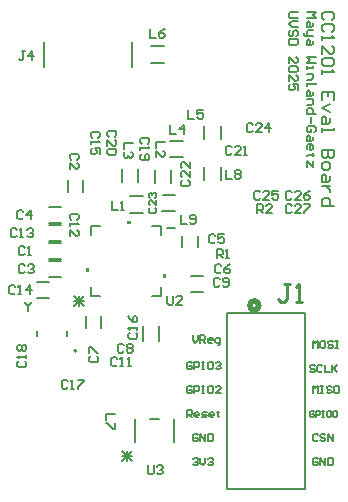
<source format=gbr>
%TF.GenerationSoftware,Altium Limited,Altium Designer,24.10.1 (45)*%
G04 Layer_Color=65535*
%FSLAX45Y45*%
%MOMM*%
%TF.SameCoordinates,CD6FE65F-67A0-4342-96EE-D0A67F31CBAF*%
%TF.FilePolarity,Positive*%
%TF.FileFunction,Legend,Top*%
%TF.Part,Single*%
G01*
G75*
%TA.AperFunction,NonConductor*%
%ADD38C,0.50800*%
%ADD39C,0.20000*%
%ADD40C,0.15240*%
%ADD41C,0.12700*%
%ADD42C,0.25400*%
G36*
X-309200Y-65913D02*
Y-104013D01*
X-334600D01*
Y-65913D01*
X-309200D01*
D02*
G37*
G36*
X321600Y-115926D02*
Y-154026D01*
X347000D01*
Y-115926D01*
X321600D01*
D02*
G37*
G36*
X12150Y305456D02*
Y330856D01*
X50250D01*
Y305456D01*
X12150D01*
D02*
G37*
D38*
X1130300Y-386410D02*
G03*
X1130300Y-386410I-38100J0D01*
G01*
D39*
X-413400Y-768000D02*
G03*
X-413400Y-768000I-10000J0D01*
G01*
X53200Y1632700D02*
Y1845700D01*
X-686800Y1632700D02*
Y1845700D01*
X395800Y412900D02*
X423300D01*
X313300D02*
X340800D01*
X349400Y272900D02*
X423300D01*
X340800Y412900D02*
X395800D01*
X317500Y546100D02*
X419100D01*
X666600Y1024500D02*
Y1134500D01*
X806600Y1024500D02*
Y1134500D01*
X381200Y1009800D02*
X491200D01*
X381200Y869800D02*
X491200D01*
X-646900Y446000D02*
X-546900D01*
X-646900Y316000D02*
X-546900D01*
X-748500Y-189000D02*
X-648500D01*
X-748500Y-319000D02*
X-648500D01*
X247500Y651120D02*
Y761120D01*
X387500Y651120D02*
Y761120D01*
X-31900Y656200D02*
Y766200D01*
X108100Y656200D02*
Y766200D01*
X220000Y1809900D02*
X330000D01*
X220000Y1669900D02*
X330000D01*
X559600Y-138200D02*
X659600D01*
X559600Y-268200D02*
X659600D01*
X-646900Y163600D02*
X-546900D01*
X-646900Y293600D02*
X-546900D01*
X283400Y-685924D02*
Y-558676D01*
X148400Y-685924D02*
Y-558676D01*
X42200Y399900D02*
X152200D01*
X42200Y539900D02*
X152200D01*
X-331700Y-572600D02*
Y-472600D01*
X-201700Y-572600D02*
Y-472600D01*
X-646900Y-141200D02*
X-546900D01*
X-646900Y-11200D02*
X-546900D01*
X-646900Y11200D02*
X-546900D01*
X-646900Y141200D02*
X-546900D01*
X-484100Y572300D02*
Y672300D01*
X-354100Y572300D02*
Y672300D01*
X666600Y673300D02*
Y783300D01*
X806600Y673300D02*
Y783300D01*
X483640Y104940D02*
Y204940D01*
X613640Y104940D02*
Y204940D01*
D40*
X82800Y-1544955D02*
Y-1344295D01*
X211574D02*
X284226D01*
X413000Y-1544955D02*
Y-1344295D01*
X864580Y-449910D02*
X1519900D01*
Y-1940890D02*
Y-449910D01*
X864580Y-1940890D02*
X1519900D01*
X864580D02*
Y-449910D01*
X-289400Y285656D02*
X-215599D01*
X301800Y211899D02*
Y285656D01*
X227999Y-305544D02*
X301800D01*
X-289400D02*
X-215599D01*
X-289400Y211899D02*
Y285656D01*
X227999D02*
X301800D01*
Y-305544D02*
Y-231787D01*
X-289400Y-305544D02*
Y-231787D01*
D41*
X-743400Y-646150D02*
Y-599850D01*
X-493400Y-646150D02*
Y-599850D01*
X1460475Y2095500D02*
X1396996D01*
X1384300Y2082804D01*
Y2057412D01*
X1396996Y2044717D01*
X1460475D01*
Y2019325D02*
X1409692D01*
X1384300Y1993933D01*
X1409692Y1968541D01*
X1460475D01*
X1447779Y1892366D02*
X1460475Y1905061D01*
Y1930453D01*
X1447779Y1943149D01*
X1435083D01*
X1422388Y1930453D01*
Y1905061D01*
X1409692Y1892366D01*
X1396996D01*
X1384300Y1905061D01*
Y1930453D01*
X1396996Y1943149D01*
X1460475Y1866974D02*
X1384300D01*
Y1828886D01*
X1396996Y1816190D01*
X1447779D01*
X1460475Y1828886D01*
Y1866974D01*
X1384300Y1663840D02*
Y1714623D01*
X1435083Y1663840D01*
X1447779D01*
X1460475Y1676535D01*
Y1701927D01*
X1447779Y1714623D01*
Y1638448D02*
X1460475Y1625752D01*
Y1600360D01*
X1447779Y1587664D01*
X1396996D01*
X1384300Y1600360D01*
Y1625752D01*
X1396996Y1638448D01*
X1447779D01*
X1384300Y1511489D02*
Y1562272D01*
X1435083Y1511489D01*
X1447779D01*
X1460475Y1524185D01*
Y1549577D01*
X1447779Y1562272D01*
X1460475Y1435314D02*
Y1486097D01*
X1422388D01*
X1435083Y1460705D01*
Y1448009D01*
X1422388Y1435314D01*
X1396996D01*
X1384300Y1448009D01*
Y1473401D01*
X1396996Y1486097D01*
X1536692Y2095500D02*
X1612867D01*
X1587475Y2070108D01*
X1612867Y2044717D01*
X1536692D01*
X1587475Y2006629D02*
Y1981237D01*
X1574780Y1968541D01*
X1536692D01*
Y2006629D01*
X1549388Y2019325D01*
X1562084Y2006629D01*
Y1968541D01*
X1587475Y1943149D02*
X1549388D01*
X1536692Y1930453D01*
Y1892366D01*
X1523996D01*
X1511300Y1905061D01*
Y1917757D01*
X1536692Y1892366D02*
X1587475D01*
Y1854278D02*
Y1828886D01*
X1574780Y1816190D01*
X1536692D01*
Y1854278D01*
X1549388Y1866974D01*
X1562084Y1854278D01*
Y1816190D01*
X1612867Y1714623D02*
X1536692D01*
X1562084Y1689231D01*
X1536692Y1663840D01*
X1612867D01*
X1536692Y1638448D02*
Y1613056D01*
Y1625752D01*
X1587475D01*
Y1638448D01*
X1536692Y1574968D02*
X1587475D01*
Y1536881D01*
X1574780Y1524185D01*
X1536692D01*
Y1498793D02*
Y1473401D01*
Y1486097D01*
X1612867D01*
Y1498793D01*
X1587475Y1422618D02*
Y1397226D01*
X1574780Y1384530D01*
X1536692D01*
Y1422618D01*
X1549388Y1435314D01*
X1562084Y1422618D01*
Y1384530D01*
X1536692Y1359138D02*
X1587475D01*
Y1321050D01*
X1574780Y1308355D01*
X1536692D01*
X1612867Y1232179D02*
X1536692D01*
Y1270267D01*
X1549388Y1282963D01*
X1574780D01*
X1587475Y1270267D01*
Y1232179D01*
X1574780Y1206788D02*
Y1156004D01*
X1600171Y1079829D02*
X1612867Y1092524D01*
Y1117916D01*
X1600171Y1130612D01*
X1549388D01*
X1536692Y1117916D01*
Y1092524D01*
X1549388Y1079829D01*
X1574780D01*
Y1105220D01*
X1587475Y1041741D02*
Y1016349D01*
X1574780Y1003653D01*
X1536692D01*
Y1041741D01*
X1549388Y1054437D01*
X1562084Y1041741D01*
Y1003653D01*
X1536692Y940174D02*
Y965566D01*
X1549388Y978261D01*
X1574780D01*
X1587475Y965566D01*
Y940174D01*
X1574780Y927478D01*
X1562084D01*
Y978261D01*
X1600171Y889390D02*
X1587475D01*
Y902086D01*
Y876694D01*
Y889390D01*
X1549388D01*
X1536692Y876694D01*
X1587475Y838607D02*
Y787823D01*
X1536692Y838607D01*
Y787823D01*
X1748339Y2027789D02*
X1765267Y2044717D01*
Y2078572D01*
X1748339Y2095500D01*
X1680628D01*
X1663700Y2078572D01*
Y2044717D01*
X1680628Y2027789D01*
X1748339Y1926221D02*
X1765267Y1943149D01*
Y1977005D01*
X1748339Y1993933D01*
X1680628D01*
X1663700Y1977005D01*
Y1943149D01*
X1680628Y1926221D01*
X1663700Y1892366D02*
Y1858510D01*
Y1875438D01*
X1765267D01*
X1748339Y1892366D01*
X1663700Y1740015D02*
Y1807726D01*
X1731411Y1740015D01*
X1748339D01*
X1765267Y1756943D01*
Y1790798D01*
X1748339Y1807726D01*
Y1706159D02*
X1765267Y1689231D01*
Y1655375D01*
X1748339Y1638448D01*
X1680628D01*
X1663700Y1655375D01*
Y1689231D01*
X1680628Y1706159D01*
X1748339D01*
X1663700Y1604592D02*
Y1570736D01*
Y1587664D01*
X1765267D01*
X1748339Y1604592D01*
X1765267Y1350674D02*
Y1418385D01*
X1663700D01*
Y1350674D01*
X1714483Y1418385D02*
Y1384529D01*
X1731411Y1316818D02*
X1663700Y1282962D01*
X1731411Y1249106D01*
Y1198323D02*
Y1164467D01*
X1714483Y1147539D01*
X1663700D01*
Y1198323D01*
X1680628Y1215251D01*
X1697556Y1198323D01*
Y1147539D01*
X1663700Y1113683D02*
Y1079828D01*
Y1096755D01*
X1765267D01*
Y1113683D01*
Y927477D02*
X1663700D01*
Y876693D01*
X1680628Y859765D01*
X1697556D01*
X1714483Y876693D01*
Y927477D01*
Y876693D01*
X1731411Y859765D01*
X1748339D01*
X1765267Y876693D01*
Y927477D01*
X1663700Y808982D02*
Y775126D01*
X1680628Y758198D01*
X1714483D01*
X1731411Y775126D01*
Y808982D01*
X1714483Y825909D01*
X1680628D01*
X1663700Y808982D01*
X1731411Y707414D02*
Y673559D01*
X1714483Y656631D01*
X1663700D01*
Y707414D01*
X1680628Y724342D01*
X1697556Y707414D01*
Y656631D01*
X1731411Y622775D02*
X1663700D01*
X1697556D01*
X1714483Y605847D01*
X1731411Y588919D01*
Y571991D01*
X1765267Y453496D02*
X1663700D01*
Y504280D01*
X1680628Y521208D01*
X1714483D01*
X1731411Y504280D01*
Y453496D01*
X1629820Y-1687000D02*
X1619240Y-1676421D01*
X1598080D01*
X1587500Y-1687000D01*
Y-1729320D01*
X1598080Y-1739900D01*
X1619240D01*
X1629820Y-1729320D01*
Y-1708160D01*
X1608660D01*
X1650979Y-1739900D02*
Y-1676421D01*
X1693299Y-1739900D01*
Y-1676421D01*
X1714459D02*
Y-1739900D01*
X1746199D01*
X1756779Y-1729320D01*
Y-1687000D01*
X1746199Y-1676421D01*
X1714459D01*
X1629820Y-1483800D02*
X1619240Y-1473221D01*
X1598080D01*
X1587500Y-1483800D01*
Y-1526120D01*
X1598080Y-1536700D01*
X1619240D01*
X1629820Y-1526120D01*
X1693299Y-1483800D02*
X1682719Y-1473221D01*
X1661559D01*
X1650979Y-1483800D01*
Y-1494380D01*
X1661559Y-1504960D01*
X1682719D01*
X1693299Y-1515540D01*
Y-1526120D01*
X1682719Y-1536700D01*
X1661559D01*
X1650979Y-1526120D01*
X1714459Y-1536700D02*
Y-1473221D01*
X1756779Y-1536700D01*
Y-1473221D01*
X1595956Y-1291180D02*
X1587492Y-1282717D01*
X1570564D01*
X1562100Y-1291180D01*
Y-1325036D01*
X1570564Y-1333500D01*
X1587492D01*
X1595956Y-1325036D01*
Y-1308108D01*
X1579028D01*
X1612883Y-1333500D02*
Y-1282717D01*
X1638275D01*
X1646739Y-1291180D01*
Y-1308108D01*
X1638275Y-1316572D01*
X1612883D01*
X1663667Y-1282717D02*
X1680595D01*
X1672131D01*
Y-1333500D01*
X1663667D01*
X1680595D01*
X1731379Y-1282717D02*
X1714451D01*
X1705987Y-1291180D01*
Y-1325036D01*
X1714451Y-1333500D01*
X1731379D01*
X1739842Y-1325036D01*
Y-1291180D01*
X1731379Y-1282717D01*
X1756770Y-1291180D02*
X1765234Y-1282717D01*
X1782162D01*
X1790626Y-1291180D01*
Y-1325036D01*
X1782162Y-1333500D01*
X1765234D01*
X1756770Y-1325036D01*
Y-1291180D01*
X1587500Y-1130300D02*
Y-1066821D01*
X1608660Y-1087980D01*
X1629820Y-1066821D01*
Y-1130300D01*
X1650979Y-1066821D02*
X1672139D01*
X1661559D01*
Y-1130300D01*
X1650979D01*
X1672139D01*
X1746199Y-1077400D02*
X1735619Y-1066821D01*
X1714459D01*
X1703879Y-1077400D01*
Y-1087980D01*
X1714459Y-1098560D01*
X1735619D01*
X1746199Y-1109140D01*
Y-1119720D01*
X1735619Y-1130300D01*
X1714459D01*
X1703879Y-1119720D01*
X1799098Y-1066821D02*
X1777938D01*
X1767358Y-1077400D01*
Y-1119720D01*
X1777938Y-1130300D01*
X1799098D01*
X1809678Y-1119720D01*
Y-1077400D01*
X1799098Y-1066821D01*
X1604420Y-899600D02*
X1593840Y-889021D01*
X1572680D01*
X1562100Y-899600D01*
Y-910180D01*
X1572680Y-920760D01*
X1593840D01*
X1604420Y-931340D01*
Y-941920D01*
X1593840Y-952500D01*
X1572680D01*
X1562100Y-941920D01*
X1667899Y-899600D02*
X1657319Y-889021D01*
X1636159D01*
X1625579Y-899600D01*
Y-941920D01*
X1636159Y-952500D01*
X1657319D01*
X1667899Y-941920D01*
X1689059Y-889021D02*
Y-952500D01*
X1731379D01*
X1752538Y-889021D02*
Y-952500D01*
Y-931340D01*
X1794858Y-889021D01*
X1763118Y-920760D01*
X1794858Y-952500D01*
X1587500Y-749300D02*
Y-685821D01*
X1608660Y-706980D01*
X1629820Y-685821D01*
Y-749300D01*
X1682719Y-685821D02*
X1661559D01*
X1650979Y-696400D01*
Y-738720D01*
X1661559Y-749300D01*
X1682719D01*
X1693299Y-738720D01*
Y-696400D01*
X1682719Y-685821D01*
X1756779Y-696400D02*
X1746199Y-685821D01*
X1725039D01*
X1714459Y-696400D01*
Y-706980D01*
X1725039Y-717560D01*
X1746199D01*
X1756779Y-728140D01*
Y-738720D01*
X1746199Y-749300D01*
X1725039D01*
X1714459Y-738720D01*
X1777938Y-685821D02*
X1799098D01*
X1788518D01*
Y-749300D01*
X1777938D01*
X1799098D01*
X571500Y-1687000D02*
X582080Y-1676421D01*
X603240D01*
X613820Y-1687000D01*
Y-1697580D01*
X603240Y-1708160D01*
X592660D01*
X603240D01*
X613820Y-1718740D01*
Y-1729320D01*
X603240Y-1739900D01*
X582080D01*
X571500Y-1729320D01*
X634979Y-1676421D02*
Y-1718740D01*
X656139Y-1739900D01*
X677299Y-1718740D01*
Y-1676421D01*
X698459Y-1687000D02*
X709039Y-1676421D01*
X730199D01*
X740779Y-1687000D01*
Y-1697580D01*
X730199Y-1708160D01*
X719619D01*
X730199D01*
X740779Y-1718740D01*
Y-1729320D01*
X730199Y-1739900D01*
X709039D01*
X698459Y-1729320D01*
X613820Y-1483800D02*
X603240Y-1473221D01*
X582080D01*
X571500Y-1483800D01*
Y-1526120D01*
X582080Y-1536700D01*
X603240D01*
X613820Y-1526120D01*
Y-1504960D01*
X592660D01*
X634979Y-1536700D02*
Y-1473221D01*
X677299Y-1536700D01*
Y-1473221D01*
X698459D02*
Y-1536700D01*
X730199D01*
X740779Y-1526120D01*
Y-1483800D01*
X730199Y-1473221D01*
X698459D01*
X520700Y-1333500D02*
Y-1270021D01*
X552440D01*
X563020Y-1280600D01*
Y-1301760D01*
X552440Y-1312340D01*
X520700D01*
X541860D02*
X563020Y-1333500D01*
X615919D02*
X594759D01*
X584179Y-1322920D01*
Y-1301760D01*
X594759Y-1291180D01*
X615919D01*
X626499Y-1301760D01*
Y-1312340D01*
X584179D01*
X647659Y-1333500D02*
X679399D01*
X689979Y-1322920D01*
X679399Y-1312340D01*
X658239D01*
X647659Y-1301760D01*
X658239Y-1291180D01*
X689979D01*
X742878Y-1333500D02*
X721718D01*
X711138Y-1322920D01*
Y-1301760D01*
X721718Y-1291180D01*
X742878D01*
X753458Y-1301760D01*
Y-1312340D01*
X711138D01*
X785198Y-1280600D02*
Y-1291180D01*
X774618D01*
X795777D01*
X785198D01*
Y-1322920D01*
X795777Y-1333500D01*
X563020Y-1077400D02*
X552440Y-1066821D01*
X531280D01*
X520700Y-1077400D01*
Y-1119720D01*
X531280Y-1130300D01*
X552440D01*
X563020Y-1119720D01*
Y-1098560D01*
X541860D01*
X584179Y-1130300D02*
Y-1066821D01*
X615919D01*
X626499Y-1077400D01*
Y-1098560D01*
X615919Y-1109140D01*
X584179D01*
X647659Y-1066821D02*
X668819D01*
X658239D01*
Y-1130300D01*
X647659D01*
X668819D01*
X732298Y-1066821D02*
X711138D01*
X700558Y-1077400D01*
Y-1119720D01*
X711138Y-1130300D01*
X732298D01*
X742878Y-1119720D01*
Y-1077400D01*
X732298Y-1066821D01*
X806358Y-1130300D02*
X764038D01*
X806358Y-1087980D01*
Y-1077400D01*
X795778Y-1066821D01*
X774618D01*
X764038Y-1077400D01*
X563020Y-874200D02*
X552440Y-863621D01*
X531280D01*
X520700Y-874200D01*
Y-916520D01*
X531280Y-927100D01*
X552440D01*
X563020Y-916520D01*
Y-895360D01*
X541860D01*
X584179Y-927100D02*
Y-863621D01*
X615919D01*
X626499Y-874200D01*
Y-895360D01*
X615919Y-905940D01*
X584179D01*
X647659Y-863621D02*
X668819D01*
X658239D01*
Y-927100D01*
X647659D01*
X668819D01*
X732298Y-863621D02*
X711138D01*
X700558Y-874200D01*
Y-916520D01*
X711138Y-927100D01*
X732298D01*
X742878Y-916520D01*
Y-874200D01*
X732298Y-863621D01*
X764038Y-874200D02*
X774618Y-863621D01*
X795778D01*
X806358Y-874200D01*
Y-884780D01*
X795778Y-895360D01*
X785198D01*
X795778D01*
X806358Y-905940D01*
Y-916520D01*
X795778Y-927100D01*
X774618D01*
X764038Y-916520D01*
X571500Y-639261D02*
Y-681581D01*
X592660Y-702740D01*
X613820Y-681581D01*
Y-639261D01*
X634979Y-702740D02*
Y-639261D01*
X666719D01*
X677299Y-649841D01*
Y-671000D01*
X666719Y-681581D01*
X634979D01*
X656139D02*
X677299Y-702740D01*
X730199D02*
X709039D01*
X698459Y-692160D01*
Y-671000D01*
X709039Y-660421D01*
X730199D01*
X740779Y-671000D01*
Y-681581D01*
X698459D01*
X783098Y-723900D02*
X793678D01*
X804258Y-713320D01*
Y-660421D01*
X772518D01*
X761938Y-671000D01*
Y-692160D01*
X772518Y-702740D01*
X804258D01*
X-24519Y-1701800D02*
X60120Y-1617161D01*
Y-1701800D02*
X-24519Y-1617161D01*
X17801Y-1701800D02*
Y-1617161D01*
X60120Y-1659480D02*
X-24519D01*
X-435999Y-393700D02*
X-351360Y-309061D01*
Y-393700D02*
X-435999Y-309061D01*
X-393679Y-393700D02*
Y-309061D01*
X-351360Y-351380D02*
X-435999D01*
X190521Y-1739912D02*
Y-1803392D01*
X203217Y-1816088D01*
X228608D01*
X241304Y-1803392D01*
Y-1739912D01*
X266696Y-1752608D02*
X279392Y-1739912D01*
X304784D01*
X317479Y-1752608D01*
Y-1765304D01*
X304784Y-1778000D01*
X292088D01*
X304784D01*
X317479Y-1790696D01*
Y-1803392D01*
X304784Y-1816088D01*
X279392D01*
X266696Y-1803392D01*
X1117621Y393712D02*
Y469888D01*
X1155708D01*
X1168404Y457192D01*
Y431800D01*
X1155708Y419104D01*
X1117621D01*
X1143012D02*
X1168404Y393712D01*
X1244579D02*
X1193796D01*
X1244579Y444496D01*
Y457192D01*
X1231884Y469888D01*
X1206492D01*
X1193796Y457192D01*
X-850892Y-355612D02*
Y-368308D01*
X-825500Y-393700D01*
X-800108Y-368308D01*
Y-355612D01*
X-825500Y-393700D02*
Y-431788D01*
X355621Y-304812D02*
Y-368292D01*
X368317Y-380988D01*
X393708D01*
X406404Y-368292D01*
Y-304812D01*
X482579Y-380988D02*
X431796D01*
X482579Y-330204D01*
Y-317508D01*
X469884Y-304812D01*
X444492D01*
X431796Y-317508D01*
X774717Y12712D02*
Y88888D01*
X812804D01*
X825500Y76192D01*
Y50800D01*
X812804Y38104D01*
X774717D01*
X800108D02*
X825500Y12712D01*
X850892D02*
X876284D01*
X863588D01*
Y88888D01*
X850892Y76192D01*
X469921Y380988D02*
Y304812D01*
X520704D01*
X546096Y317508D02*
X558792Y304812D01*
X584184D01*
X596879Y317508D01*
Y368292D01*
X584184Y380988D01*
X558792D01*
X546096Y368292D01*
Y355596D01*
X558792Y342900D01*
X596879D01*
X850921Y761988D02*
Y685812D01*
X901704D01*
X927096Y749292D02*
X939792Y761988D01*
X965184D01*
X977879Y749292D01*
Y736596D01*
X965184Y723900D01*
X977879Y711204D01*
Y698508D01*
X965184Y685812D01*
X939792D01*
X927096Y698508D01*
Y711204D01*
X939792Y723900D01*
X927096Y736596D01*
Y749292D01*
X939792Y723900D02*
X965184D01*
X-88912Y-1308121D02*
X-165088D01*
Y-1358904D01*
X-88912Y-1384296D02*
Y-1435079D01*
X-101608D01*
X-152392Y-1384296D01*
X-165088D01*
X208280Y1958315D02*
Y1882140D01*
X259063D01*
X335239Y1958315D02*
X309847Y1945619D01*
X284455Y1920228D01*
Y1894836D01*
X297151Y1882140D01*
X322543D01*
X335239Y1894836D01*
Y1907532D01*
X322543Y1920228D01*
X284455D01*
X533421Y1269988D02*
Y1193812D01*
X584204D01*
X660379Y1269988D02*
X609596D01*
Y1231900D01*
X634988Y1244596D01*
X647684D01*
X660379Y1231900D01*
Y1206508D01*
X647684Y1193812D01*
X622292D01*
X609596Y1206508D01*
X381021Y1142988D02*
Y1066812D01*
X431804D01*
X495284D02*
Y1142988D01*
X457196Y1104900D01*
X507979D01*
X63488Y990579D02*
X-12688D01*
Y939796D01*
X50792Y914404D02*
X63488Y901708D01*
Y876316D01*
X50792Y863621D01*
X38096D01*
X25400Y876316D01*
Y889012D01*
Y876316D01*
X12704Y863621D01*
X8D01*
X-12688Y876316D01*
Y901708D01*
X8Y914404D01*
X332728Y998199D02*
X256552D01*
Y947416D01*
Y871241D02*
Y922024D01*
X307336Y871241D01*
X320032D01*
X332728Y883936D01*
Y909328D01*
X320032Y922024D01*
X-114283Y495288D02*
Y419112D01*
X-63500D01*
X-38108D02*
X-12716D01*
X-25412D01*
Y495288D01*
X-38108Y482592D01*
X-850896Y1765288D02*
X-876288D01*
X-863592D01*
Y1701808D01*
X-876288Y1689112D01*
X-888983D01*
X-901679Y1701808D01*
X-787416Y1689112D02*
Y1765288D01*
X-825504Y1727200D01*
X-774721D01*
X1409717Y457192D02*
X1397021Y469888D01*
X1371629D01*
X1358933Y457192D01*
Y406408D01*
X1371629Y393712D01*
X1397021D01*
X1409717Y406408D01*
X1485892Y393712D02*
X1435108D01*
X1485892Y444496D01*
Y457192D01*
X1473196Y469888D01*
X1447804D01*
X1435108Y457192D01*
X1511284Y469888D02*
X1562067D01*
Y457192D01*
X1511284Y406408D01*
Y393712D01*
X1409717Y571492D02*
X1397021Y584188D01*
X1371629D01*
X1358933Y571492D01*
Y520708D01*
X1371629Y508012D01*
X1397021D01*
X1409717Y520708D01*
X1485892Y508012D02*
X1435108D01*
X1485892Y558796D01*
Y571492D01*
X1473196Y584188D01*
X1447804D01*
X1435108Y571492D01*
X1562067Y584188D02*
X1536676Y571492D01*
X1511284Y546100D01*
Y520708D01*
X1523980Y508012D01*
X1549372D01*
X1562067Y520708D01*
Y533404D01*
X1549372Y546100D01*
X1511284D01*
X1143017Y571492D02*
X1130321Y584188D01*
X1104929D01*
X1092233Y571492D01*
Y520708D01*
X1104929Y508012D01*
X1130321D01*
X1143017Y520708D01*
X1219192Y508012D02*
X1168408D01*
X1219192Y558796D01*
Y571492D01*
X1206496Y584188D01*
X1181104D01*
X1168408Y571492D01*
X1295367Y584188D02*
X1244584D01*
Y546100D01*
X1269976Y558796D01*
X1282672D01*
X1295367Y546100D01*
Y520708D01*
X1282672Y508012D01*
X1257280D01*
X1244584Y520708D01*
X1079517Y1142992D02*
X1066821Y1155688D01*
X1041429D01*
X1028733Y1142992D01*
Y1092208D01*
X1041429Y1079512D01*
X1066821D01*
X1079517Y1092208D01*
X1155692Y1079512D02*
X1104908D01*
X1155692Y1130296D01*
Y1142992D01*
X1142996Y1155688D01*
X1117604D01*
X1104908Y1142992D01*
X1219172Y1079512D02*
Y1155688D01*
X1181084Y1117600D01*
X1231867D01*
X208090Y440475D02*
X197510Y429895D01*
Y408735D01*
X208090Y398155D01*
X250410D01*
X260990Y408735D01*
Y429895D01*
X250410Y440475D01*
X260990Y503955D02*
Y461635D01*
X218670Y503955D01*
X208090D01*
X197510Y493375D01*
Y472215D01*
X208090Y461635D01*
Y525114D02*
X197510Y535694D01*
Y556854D01*
X208090Y567434D01*
X218670D01*
X229250Y556854D01*
Y546274D01*
Y556854D01*
X239830Y567434D01*
X250410D01*
X260990Y556854D01*
Y535694D01*
X250410Y525114D01*
X482608Y673117D02*
X469912Y660421D01*
Y635029D01*
X482608Y622333D01*
X533392D01*
X546088Y635029D01*
Y660421D01*
X533392Y673117D01*
X546088Y749292D02*
Y698508D01*
X495304Y749292D01*
X482608D01*
X469912Y736596D01*
Y711204D01*
X482608Y698508D01*
X546088Y825467D02*
Y774684D01*
X495304Y825467D01*
X482608D01*
X469912Y812772D01*
Y787380D01*
X482608Y774684D01*
X901712Y952492D02*
X889017Y965188D01*
X863625D01*
X850929Y952492D01*
Y901708D01*
X863625Y889012D01*
X889017D01*
X901712Y901708D01*
X977888Y889012D02*
X927104D01*
X977888Y939796D01*
Y952492D01*
X965192Y965188D01*
X939800D01*
X927104Y952492D01*
X1003279Y889012D02*
X1028671D01*
X1015975D01*
Y965188D01*
X1003279Y952492D01*
X-88908Y1041383D02*
X-76212Y1054079D01*
Y1079471D01*
X-88908Y1092167D01*
X-139692D01*
X-152388Y1079471D01*
Y1054079D01*
X-139692Y1041383D01*
X-152388Y965208D02*
Y1015992D01*
X-101604Y965208D01*
X-88908D01*
X-76212Y977904D01*
Y1003296D01*
X-88908Y1015992D01*
Y939816D02*
X-76212Y927120D01*
Y901728D01*
X-88908Y889033D01*
X-139692D01*
X-152388Y901728D01*
Y927120D01*
X-139692Y939816D01*
X-88908D01*
X190492Y984236D02*
X203188Y996931D01*
Y1022323D01*
X190492Y1035019D01*
X139708D01*
X127012Y1022323D01*
Y996931D01*
X139708Y984236D01*
X127012Y958844D02*
Y933452D01*
Y946148D01*
X203188D01*
X190492Y958844D01*
X139708Y895364D02*
X127012Y882668D01*
Y857276D01*
X139708Y844581D01*
X190492D01*
X203188Y857276D01*
Y882668D01*
X190492Y895364D01*
X177796D01*
X165100Y882668D01*
Y844581D01*
X-901692Y-857236D02*
X-914388Y-869931D01*
Y-895323D01*
X-901692Y-908019D01*
X-850908D01*
X-838212Y-895323D01*
Y-869931D01*
X-850908Y-857236D01*
X-838212Y-831844D02*
Y-806452D01*
Y-819148D01*
X-914388D01*
X-901692Y-831844D01*
Y-768364D02*
X-914388Y-755668D01*
Y-730276D01*
X-901692Y-717581D01*
X-888996D01*
X-876300Y-730276D01*
X-863604Y-717581D01*
X-850908D01*
X-838212Y-730276D01*
Y-755668D01*
X-850908Y-768364D01*
X-863604D01*
X-876300Y-755668D01*
X-888996Y-768364D01*
X-901692D01*
X-876300Y-755668D02*
Y-730276D01*
X-488936Y-1028708D02*
X-501631Y-1016012D01*
X-527023D01*
X-539719Y-1028708D01*
Y-1079492D01*
X-527023Y-1092188D01*
X-501631D01*
X-488936Y-1079492D01*
X-463544Y-1092188D02*
X-438152D01*
X-450848D01*
Y-1016012D01*
X-463544Y-1028708D01*
X-400064Y-1016012D02*
X-349281D01*
Y-1028708D01*
X-400064Y-1079492D01*
Y-1092188D01*
X38108Y-615936D02*
X25412Y-628631D01*
Y-654023D01*
X38108Y-666719D01*
X88892D01*
X101588Y-654023D01*
Y-628631D01*
X88892Y-615936D01*
X101588Y-590544D02*
Y-565152D01*
Y-577848D01*
X25412D01*
X38108Y-590544D01*
X25412Y-476281D02*
X38108Y-501672D01*
X63500Y-527064D01*
X88892D01*
X101588Y-514368D01*
Y-488976D01*
X88892Y-476281D01*
X76196D01*
X63500Y-488976D01*
Y-527064D01*
X-228608Y1035036D02*
X-215912Y1047731D01*
Y1073123D01*
X-228608Y1085819D01*
X-279392D01*
X-292088Y1073123D01*
Y1047731D01*
X-279392Y1035036D01*
X-292088Y1009644D02*
Y984252D01*
Y996948D01*
X-215912D01*
X-228608Y1009644D01*
X-215912Y895381D02*
Y946164D01*
X-254000D01*
X-241304Y920772D01*
Y908076D01*
X-254000Y895381D01*
X-279392D01*
X-292088Y908076D01*
Y933468D01*
X-279392Y946164D01*
X-933436Y-228608D02*
X-946131Y-215912D01*
X-971523D01*
X-984219Y-228608D01*
Y-279392D01*
X-971523Y-292088D01*
X-946131D01*
X-933436Y-279392D01*
X-908044Y-292088D02*
X-882652D01*
X-895348D01*
Y-215912D01*
X-908044Y-228608D01*
X-806476Y-292088D02*
Y-215912D01*
X-844564Y-254000D01*
X-793781D01*
X-920736Y253992D02*
X-933431Y266688D01*
X-958823D01*
X-971519Y253992D01*
Y203208D01*
X-958823Y190512D01*
X-933431D01*
X-920736Y203208D01*
X-895344Y190512D02*
X-869952D01*
X-882648D01*
Y266688D01*
X-895344Y253992D01*
X-831864D02*
X-819168Y266688D01*
X-793776D01*
X-781081Y253992D01*
Y241296D01*
X-793776Y228600D01*
X-806472D01*
X-793776D01*
X-781081Y215904D01*
Y203208D01*
X-793776Y190512D01*
X-819168D01*
X-831864Y203208D01*
X-406408Y338335D02*
X-393712Y351031D01*
Y376423D01*
X-406408Y389119D01*
X-457192D01*
X-469888Y376423D01*
Y351031D01*
X-457192Y338335D01*
X-469888Y312943D02*
Y287552D01*
Y300248D01*
X-393712D01*
X-406408Y312943D01*
X-469888Y198681D02*
Y249464D01*
X-419104Y198681D01*
X-406408D01*
X-393712Y211376D01*
Y236768D01*
X-406408Y249464D01*
X-69840Y-838208D02*
X-82536Y-825512D01*
X-107927D01*
X-120623Y-838208D01*
Y-888992D01*
X-107927Y-901688D01*
X-82536D01*
X-69840Y-888992D01*
X-44448Y-901688D02*
X-19056D01*
X-31752D01*
Y-825512D01*
X-44448Y-838208D01*
X19031Y-901688D02*
X44423D01*
X31727D01*
Y-825512D01*
X19031Y-838208D01*
X798204Y-165108D02*
X785508Y-152412D01*
X760117D01*
X747421Y-165108D01*
Y-215892D01*
X760117Y-228588D01*
X785508D01*
X798204Y-215892D01*
X823596D02*
X836292Y-228588D01*
X861684D01*
X874380Y-215892D01*
Y-165108D01*
X861684Y-152412D01*
X836292D01*
X823596Y-165108D01*
Y-177804D01*
X836292Y-190500D01*
X874380D01*
X-12696Y-723908D02*
X-25392Y-711212D01*
X-50783D01*
X-63479Y-723908D01*
Y-774692D01*
X-50783Y-787388D01*
X-25392D01*
X-12696Y-774692D01*
X12696Y-723908D02*
X25392Y-711212D01*
X50784D01*
X63479Y-723908D01*
Y-736604D01*
X50784Y-749300D01*
X63479Y-761996D01*
Y-774692D01*
X50784Y-787388D01*
X25392D01*
X12696Y-774692D01*
Y-761996D01*
X25392Y-749300D01*
X12696Y-736604D01*
Y-723908D01*
X25392Y-749300D02*
X50784D01*
X-292092Y-814696D02*
X-304788Y-827391D01*
Y-852783D01*
X-292092Y-865479D01*
X-241309D01*
X-228613Y-852783D01*
Y-827391D01*
X-241309Y-814696D01*
X-304788Y-789304D02*
Y-738520D01*
X-292092D01*
X-241309Y-789304D01*
X-228613D01*
X812804Y-50808D02*
X800108Y-38112D01*
X774717D01*
X762021Y-50808D01*
Y-101592D01*
X774717Y-114288D01*
X800108D01*
X812804Y-101592D01*
X888979Y-38112D02*
X863588Y-50808D01*
X838196Y-76200D01*
Y-101592D01*
X850892Y-114288D01*
X876284D01*
X888979Y-101592D01*
Y-88896D01*
X876284Y-76200D01*
X838196D01*
X762004Y203192D02*
X749308Y215888D01*
X723917D01*
X711221Y203192D01*
Y152408D01*
X723917Y139712D01*
X749308D01*
X762004Y152408D01*
X838179Y215888D02*
X787396D01*
Y177800D01*
X812788Y190496D01*
X825484D01*
X838179Y177800D01*
Y152408D01*
X825484Y139712D01*
X800092D01*
X787396Y152408D01*
X-863596Y406392D02*
X-876292Y419088D01*
X-901683D01*
X-914379Y406392D01*
Y355608D01*
X-901683Y342912D01*
X-876292D01*
X-863596Y355608D01*
X-800116Y342912D02*
Y419088D01*
X-838204Y381000D01*
X-787421D01*
X-850896Y-50808D02*
X-863592Y-38112D01*
X-888983D01*
X-901679Y-50808D01*
Y-101592D01*
X-888983Y-114288D01*
X-863592D01*
X-850896Y-101592D01*
X-825504Y-50808D02*
X-812808Y-38112D01*
X-787416D01*
X-774721Y-50808D01*
Y-63504D01*
X-787416Y-76200D01*
X-800112D01*
X-787416D01*
X-774721Y-88896D01*
Y-101592D01*
X-787416Y-114288D01*
X-812808D01*
X-825504Y-101592D01*
X-406408Y848996D02*
X-393712Y861692D01*
Y887084D01*
X-406408Y899780D01*
X-457192D01*
X-469888Y887084D01*
Y861692D01*
X-457192Y848996D01*
X-469888Y772821D02*
Y823604D01*
X-419104Y772821D01*
X-406408D01*
X-393712Y785516D01*
Y810908D01*
X-406408Y823604D01*
X-850900Y101592D02*
X-863596Y114288D01*
X-888988D01*
X-901683Y101592D01*
Y50808D01*
X-888988Y38112D01*
X-863596D01*
X-850900Y50808D01*
X-825508Y38112D02*
X-800116D01*
X-812812D01*
Y114288D01*
X-825508Y101592D01*
D42*
X1397000Y-203225D02*
X1346217D01*
X1371608D01*
Y-330183D01*
X1346217Y-355575D01*
X1320825D01*
X1295433Y-330183D01*
X1447784Y-355575D02*
X1498567D01*
X1473176D01*
Y-203225D01*
X1447784Y-228617D01*
%TF.MD5,f9fd461a7e7455f337755a52f0e8ff20*%
M02*

</source>
